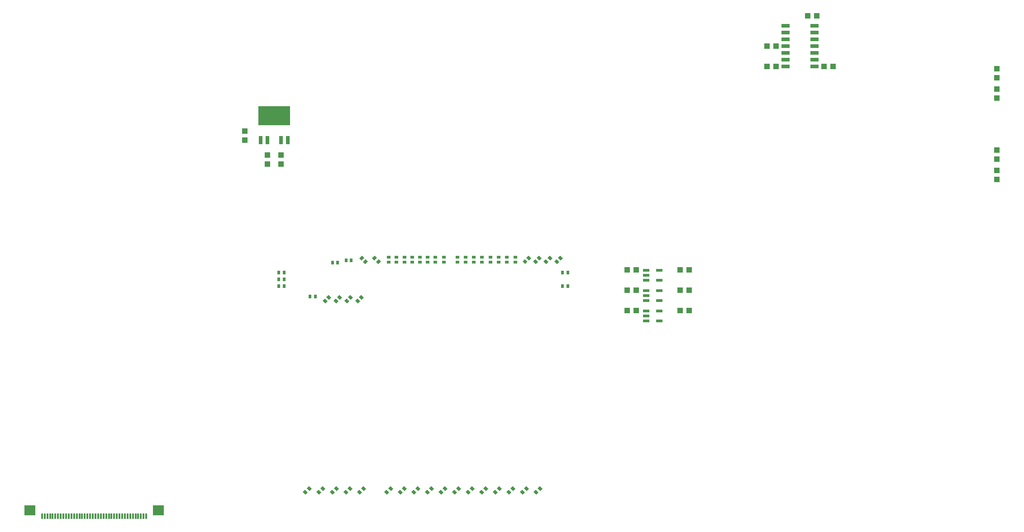
<source format=gbr>
G04 EAGLE Gerber RS-274X export*
G75*
%MOMM*%
%FSLAX34Y34*%
%LPD*%
%INSolderpaste Top*%
%IPPOS*%
%AMOC8*
5,1,8,0,0,1.08239X$1,22.5*%
G01*
%ADD10R,1.000000X1.100000*%
%ADD11R,0.800000X1.500000*%
%ADD12R,6.000000X3.600000*%
%ADD13R,0.300000X1.100000*%
%ADD14R,2.100000X1.950000*%
%ADD15R,1.200000X0.600000*%
%ADD16R,1.100000X1.000000*%
%ADD17R,0.600000X0.700000*%
%ADD18R,1.525000X0.650000*%
%ADD19R,0.700000X0.600000*%


D10*
X577850Y672710D03*
X577850Y655710D03*
X603250Y672710D03*
X603250Y655710D03*
X535940Y700160D03*
X535940Y717160D03*
D11*
X565150Y700580D03*
X577850Y700580D03*
D12*
X590550Y746080D03*
D11*
X603250Y700580D03*
X615950Y700580D03*
D13*
X351500Y-4600D03*
X346500Y-4600D03*
X341500Y-4600D03*
X336500Y-4600D03*
X331500Y-4600D03*
X326500Y-4600D03*
X321500Y-4600D03*
X316500Y-4600D03*
X311500Y-4600D03*
X306500Y-4600D03*
X301500Y-4600D03*
X296500Y-4600D03*
X291500Y-4600D03*
X286500Y-4600D03*
X281500Y-4600D03*
X276500Y-4600D03*
X271500Y-4600D03*
X266500Y-4600D03*
X261500Y-4600D03*
X256500Y-4600D03*
X251500Y-4600D03*
X246500Y-4600D03*
X241500Y-4600D03*
X236500Y-4600D03*
X231500Y-4600D03*
X226500Y-4600D03*
X221500Y-4600D03*
X216500Y-4600D03*
X211500Y-4600D03*
X206500Y-4600D03*
X201500Y-4600D03*
X196500Y-4600D03*
X191500Y-4600D03*
X186500Y-4600D03*
X181500Y-4600D03*
X176500Y-4600D03*
X171500Y-4600D03*
X166500Y-4600D03*
X161500Y-4600D03*
X156500Y-4600D03*
D14*
X374000Y6650D03*
X134000Y6650D03*
D15*
X1286710Y418440D03*
X1286710Y408940D03*
X1286710Y399440D03*
X1311710Y399440D03*
X1311710Y418440D03*
X1286710Y456540D03*
X1286710Y447040D03*
X1286710Y437540D03*
X1311710Y437540D03*
X1311710Y456540D03*
X1286710Y380340D03*
X1286710Y370840D03*
X1286710Y361340D03*
X1311710Y361340D03*
X1311710Y380340D03*
D16*
X1943100Y817000D03*
X1943100Y834000D03*
X1943100Y778900D03*
X1943100Y795900D03*
X1943100Y664600D03*
X1943100Y681600D03*
X1943100Y626500D03*
X1943100Y643500D03*
X1268340Y457200D03*
X1251340Y457200D03*
X1350400Y457200D03*
X1367400Y457200D03*
X1268340Y419100D03*
X1251340Y419100D03*
X1350400Y419100D03*
X1367400Y419100D03*
X1268340Y381000D03*
X1251340Y381000D03*
X1350400Y381000D03*
X1367400Y381000D03*
D17*
G36*
X1083520Y48339D02*
X1087763Y52582D01*
X1092712Y47633D01*
X1088469Y43390D01*
X1083520Y48339D01*
G37*
G36*
X1076448Y41267D02*
X1080691Y45510D01*
X1085640Y40561D01*
X1081397Y36318D01*
X1076448Y41267D01*
G37*
G36*
X1058120Y48339D02*
X1062363Y52582D01*
X1067312Y47633D01*
X1063069Y43390D01*
X1058120Y48339D01*
G37*
G36*
X1051048Y41267D02*
X1055291Y45510D01*
X1060240Y40561D01*
X1055997Y36318D01*
X1051048Y41267D01*
G37*
G36*
X1032720Y48339D02*
X1036963Y52582D01*
X1041912Y47633D01*
X1037669Y43390D01*
X1032720Y48339D01*
G37*
G36*
X1025648Y41267D02*
X1029891Y45510D01*
X1034840Y40561D01*
X1030597Y36318D01*
X1025648Y41267D01*
G37*
G36*
X981920Y48339D02*
X986163Y52582D01*
X991112Y47633D01*
X986869Y43390D01*
X981920Y48339D01*
G37*
G36*
X974848Y41267D02*
X979091Y45510D01*
X984040Y40561D01*
X979797Y36318D01*
X974848Y41267D01*
G37*
G36*
X956520Y48339D02*
X960763Y52582D01*
X965712Y47633D01*
X961469Y43390D01*
X956520Y48339D01*
G37*
G36*
X949448Y41267D02*
X953691Y45510D01*
X958640Y40561D01*
X954397Y36318D01*
X949448Y41267D01*
G37*
G36*
X931120Y48339D02*
X935363Y52582D01*
X940312Y47633D01*
X936069Y43390D01*
X931120Y48339D01*
G37*
G36*
X924048Y41267D02*
X928291Y45510D01*
X933240Y40561D01*
X928997Y36318D01*
X924048Y41267D01*
G37*
G36*
X905720Y48339D02*
X909963Y52582D01*
X914912Y47633D01*
X910669Y43390D01*
X905720Y48339D01*
G37*
G36*
X898648Y41267D02*
X902891Y45510D01*
X907840Y40561D01*
X903597Y36318D01*
X898648Y41267D01*
G37*
G36*
X880320Y48339D02*
X884563Y52582D01*
X889512Y47633D01*
X885269Y43390D01*
X880320Y48339D01*
G37*
G36*
X873248Y41267D02*
X877491Y45510D01*
X882440Y40561D01*
X878197Y36318D01*
X873248Y41267D01*
G37*
G36*
X854920Y48339D02*
X859163Y52582D01*
X864112Y47633D01*
X859869Y43390D01*
X854920Y48339D01*
G37*
G36*
X847848Y41267D02*
X852091Y45510D01*
X857040Y40561D01*
X852797Y36318D01*
X847848Y41267D01*
G37*
G36*
X829520Y48339D02*
X833763Y52582D01*
X838712Y47633D01*
X834469Y43390D01*
X829520Y48339D01*
G37*
G36*
X822448Y41267D02*
X826691Y45510D01*
X831640Y40561D01*
X827397Y36318D01*
X822448Y41267D01*
G37*
G36*
X804120Y48339D02*
X808363Y52582D01*
X813312Y47633D01*
X809069Y43390D01*
X804120Y48339D01*
G37*
G36*
X797048Y41267D02*
X801291Y45510D01*
X806240Y40561D01*
X801997Y36318D01*
X797048Y41267D01*
G37*
G36*
X753320Y48339D02*
X757563Y52582D01*
X762512Y47633D01*
X758269Y43390D01*
X753320Y48339D01*
G37*
G36*
X746248Y41267D02*
X750491Y45510D01*
X755440Y40561D01*
X751197Y36318D01*
X746248Y41267D01*
G37*
G36*
X727920Y48339D02*
X732163Y52582D01*
X737112Y47633D01*
X732869Y43390D01*
X727920Y48339D01*
G37*
G36*
X720848Y41267D02*
X725091Y45510D01*
X730040Y40561D01*
X725797Y36318D01*
X720848Y41267D01*
G37*
G36*
X702520Y48339D02*
X706763Y52582D01*
X711712Y47633D01*
X707469Y43390D01*
X702520Y48339D01*
G37*
G36*
X695448Y41267D02*
X699691Y45510D01*
X704640Y40561D01*
X700397Y36318D01*
X695448Y41267D01*
G37*
G36*
X677120Y48339D02*
X681363Y52582D01*
X686312Y47633D01*
X682069Y43390D01*
X677120Y48339D01*
G37*
G36*
X670048Y41267D02*
X674291Y45510D01*
X679240Y40561D01*
X674997Y36318D01*
X670048Y41267D01*
G37*
D18*
X1601920Y838200D03*
X1601920Y850900D03*
X1601920Y863600D03*
X1601920Y876300D03*
X1601920Y889000D03*
X1601920Y901700D03*
X1601920Y914400D03*
X1547680Y914400D03*
X1547680Y901700D03*
X1547680Y889000D03*
X1547680Y876300D03*
X1547680Y863600D03*
X1547680Y850900D03*
X1547680Y838200D03*
D10*
X1606160Y933450D03*
X1589160Y933450D03*
D16*
X1619640Y838200D03*
X1636640Y838200D03*
X1529960Y838200D03*
X1512960Y838200D03*
X1529960Y876300D03*
X1512960Y876300D03*
D17*
G36*
X651720Y48339D02*
X655963Y52582D01*
X660912Y47633D01*
X656669Y43390D01*
X651720Y48339D01*
G37*
G36*
X644648Y41267D02*
X648891Y45510D01*
X653840Y40561D01*
X649597Y36318D01*
X644648Y41267D01*
G37*
G36*
X1009440Y40561D02*
X1005197Y36318D01*
X1000248Y41267D01*
X1004491Y45510D01*
X1009440Y40561D01*
G37*
G36*
X1016512Y47633D02*
X1012269Y43390D01*
X1007320Y48339D01*
X1011563Y52582D01*
X1016512Y47633D01*
G37*
X699850Y471170D03*
X709850Y471170D03*
G36*
X754301Y475190D02*
X750058Y479433D01*
X755007Y484382D01*
X759250Y480139D01*
X754301Y475190D01*
G37*
G36*
X761373Y468118D02*
X757130Y472361D01*
X762079Y477310D01*
X766322Y473067D01*
X761373Y468118D01*
G37*
D19*
X805434Y481250D03*
X805434Y471250D03*
X834390Y481250D03*
X834390Y471250D03*
X863346Y481250D03*
X863346Y471250D03*
X892302Y481250D03*
X892302Y471250D03*
X995426Y481250D03*
X995426Y471250D03*
X1026414Y481250D03*
X1026414Y471250D03*
D17*
G36*
X1062438Y480139D02*
X1066681Y484382D01*
X1071630Y479433D01*
X1067387Y475190D01*
X1062438Y480139D01*
G37*
G36*
X1055366Y473067D02*
X1059609Y477310D01*
X1064558Y472361D01*
X1060315Y468118D01*
X1055366Y473067D01*
G37*
X1140380Y426720D03*
X1130380Y426720D03*
X735250Y474980D03*
X725250Y474980D03*
G36*
X786209Y477310D02*
X790452Y473067D01*
X785503Y468118D01*
X781260Y472361D01*
X786209Y477310D01*
G37*
G36*
X779137Y484382D02*
X783380Y480139D01*
X778431Y475190D01*
X774188Y479433D01*
X779137Y484382D01*
G37*
D19*
X819912Y471250D03*
X819912Y481250D03*
X848868Y471250D03*
X848868Y481250D03*
X877824Y471250D03*
X877824Y481250D03*
X908050Y471250D03*
X908050Y481250D03*
X1010920Y471250D03*
X1010920Y481250D03*
X1041908Y471250D03*
X1041908Y481250D03*
D17*
G36*
X1084370Y472361D02*
X1080127Y468118D01*
X1075178Y473067D01*
X1079421Y477310D01*
X1084370Y472361D01*
G37*
G36*
X1091442Y479433D02*
X1087199Y475190D01*
X1082250Y480139D01*
X1086493Y484382D01*
X1091442Y479433D01*
G37*
X1130380Y452120D03*
X1140380Y452120D03*
X609520Y452120D03*
X599520Y452120D03*
X599520Y439420D03*
X609520Y439420D03*
G36*
X729190Y406479D02*
X733433Y410722D01*
X738382Y405773D01*
X734139Y401530D01*
X729190Y406479D01*
G37*
G36*
X722118Y399407D02*
X726361Y403650D01*
X731310Y398701D01*
X727067Y394458D01*
X722118Y399407D01*
G37*
G36*
X688550Y406479D02*
X692793Y410722D01*
X697742Y405773D01*
X693499Y401530D01*
X688550Y406479D01*
G37*
G36*
X681478Y399407D02*
X685721Y403650D01*
X690670Y398701D01*
X686427Y394458D01*
X681478Y399407D01*
G37*
G36*
X749510Y406479D02*
X753753Y410722D01*
X758702Y405773D01*
X754459Y401530D01*
X749510Y406479D01*
G37*
G36*
X742438Y399407D02*
X746681Y403650D01*
X751630Y398701D01*
X747387Y394458D01*
X742438Y399407D01*
G37*
G36*
X710990Y398701D02*
X706747Y394458D01*
X701798Y399407D01*
X706041Y403650D01*
X710990Y398701D01*
G37*
G36*
X718062Y405773D02*
X713819Y401530D01*
X708870Y406479D01*
X713113Y410722D01*
X718062Y405773D01*
G37*
X657940Y407670D03*
X667940Y407670D03*
X609520Y426720D03*
X599520Y426720D03*
G36*
X1102062Y480139D02*
X1106305Y484382D01*
X1111254Y479433D01*
X1107011Y475190D01*
X1102062Y480139D01*
G37*
G36*
X1094990Y473067D02*
X1099233Y477310D01*
X1104182Y472361D01*
X1099939Y468118D01*
X1094990Y473067D01*
G37*
G36*
X1123994Y472361D02*
X1119751Y468118D01*
X1114802Y473067D01*
X1119045Y477310D01*
X1123994Y472361D01*
G37*
G36*
X1131066Y479433D02*
X1126823Y475190D01*
X1121874Y480139D01*
X1126117Y484382D01*
X1131066Y479433D01*
G37*
D19*
X948944Y481250D03*
X948944Y471250D03*
X933450Y471250D03*
X933450Y481250D03*
X964438Y471250D03*
X964438Y481250D03*
X979932Y481250D03*
X979932Y471250D03*
M02*

</source>
